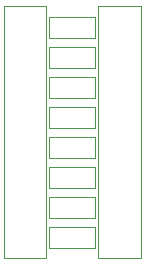
<source format=gbr>
G04 #@! TF.FileFunction,Other,User*
%FSLAX46Y46*%
G04 Gerber Fmt 4.6, Leading zero omitted, Abs format (unit mm)*
G04 Created by KiCad (PCBNEW 4.0.7) date 11/15/17 16:50:02*
%MOMM*%
%LPD*%
G01*
G04 APERTURE LIST*
%ADD10C,0.100000*%
%ADD11C,0.050000*%
G04 APERTURE END LIST*
D10*
D11*
X167147600Y-111309200D02*
X167147600Y-132659200D01*
X167147600Y-132659200D02*
X170747600Y-132659200D01*
X170747600Y-132659200D02*
X170747600Y-111309200D01*
X170747600Y-111309200D02*
X167147600Y-111309200D01*
X159147600Y-111309200D02*
X159147600Y-132659200D01*
X159147600Y-132659200D02*
X162747600Y-132659200D01*
X162747600Y-132659200D02*
X162747600Y-111309200D01*
X162747600Y-111309200D02*
X159147600Y-111309200D01*
X166897600Y-130039200D02*
X166897600Y-131739200D01*
X166897600Y-131739200D02*
X162997600Y-131739200D01*
X162997600Y-131739200D02*
X162997600Y-130039200D01*
X162997600Y-130039200D02*
X166897600Y-130039200D01*
X166897600Y-127499200D02*
X166897600Y-129199200D01*
X166897600Y-129199200D02*
X162997600Y-129199200D01*
X162997600Y-129199200D02*
X162997600Y-127499200D01*
X162997600Y-127499200D02*
X166897600Y-127499200D01*
X166897600Y-124959200D02*
X166897600Y-126659200D01*
X166897600Y-126659200D02*
X162997600Y-126659200D01*
X162997600Y-126659200D02*
X162997600Y-124959200D01*
X162997600Y-124959200D02*
X166897600Y-124959200D01*
X166897600Y-122419200D02*
X166897600Y-124119200D01*
X166897600Y-124119200D02*
X162997600Y-124119200D01*
X162997600Y-124119200D02*
X162997600Y-122419200D01*
X162997600Y-122419200D02*
X166897600Y-122419200D01*
X166897600Y-119879200D02*
X166897600Y-121579200D01*
X166897600Y-121579200D02*
X162997600Y-121579200D01*
X162997600Y-121579200D02*
X162997600Y-119879200D01*
X162997600Y-119879200D02*
X166897600Y-119879200D01*
X166897600Y-117339200D02*
X166897600Y-119039200D01*
X166897600Y-119039200D02*
X162997600Y-119039200D01*
X162997600Y-119039200D02*
X162997600Y-117339200D01*
X162997600Y-117339200D02*
X166897600Y-117339200D01*
X166897600Y-114799200D02*
X166897600Y-116499200D01*
X166897600Y-116499200D02*
X162997600Y-116499200D01*
X162997600Y-116499200D02*
X162997600Y-114799200D01*
X162997600Y-114799200D02*
X166897600Y-114799200D01*
X166897600Y-112259200D02*
X166897600Y-113959200D01*
X166897600Y-113959200D02*
X162997600Y-113959200D01*
X162997600Y-113959200D02*
X162997600Y-112259200D01*
X162997600Y-112259200D02*
X166897600Y-112259200D01*
M02*

</source>
